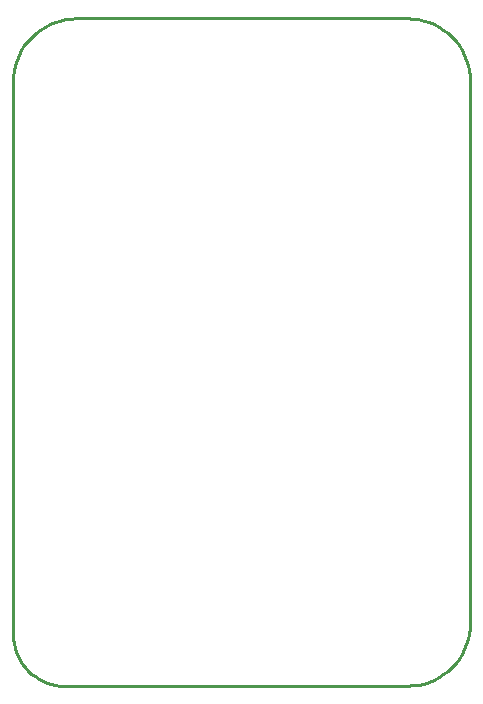
<source format=gbr>
G04 EAGLE Gerber RS-274X export*
G75*
%MOMM*%
%FSLAX34Y34*%
%LPD*%
%IN*%
%IPPOS*%
%AMOC8*
5,1,8,0,0,1.08239X$1,22.5*%
G01*
G04 Define Apertures*
%ADD10C,0.254000*%
D10*
X-19050Y43360D02*
X-18885Y39581D01*
X-18391Y35831D01*
X-17573Y32138D01*
X-16435Y28530D01*
X-14987Y25036D01*
X-13241Y21680D01*
X-11208Y18490D01*
X-8906Y15489D01*
X-6350Y12700D01*
X-3561Y10144D01*
X-560Y7842D01*
X2630Y5809D01*
X5986Y4063D01*
X9480Y2615D01*
X13088Y1477D01*
X16781Y659D01*
X20531Y165D01*
X24310Y0D01*
X314669Y0D01*
X319326Y203D01*
X323947Y812D01*
X328498Y1821D01*
X332943Y3222D01*
X337250Y5006D01*
X341384Y7158D01*
X345316Y9663D01*
X349014Y12501D01*
X352450Y15650D01*
X355599Y19086D01*
X358437Y22784D01*
X360942Y26716D01*
X363094Y30850D01*
X364878Y35157D01*
X366279Y39602D01*
X367288Y44153D01*
X367897Y48774D01*
X368100Y53431D01*
X368100Y511827D01*
X367898Y516463D01*
X367292Y521064D01*
X366287Y525595D01*
X364892Y530022D01*
X363116Y534309D01*
X360973Y538426D01*
X358479Y542340D01*
X355654Y546022D01*
X352519Y549444D01*
X349097Y552579D01*
X345415Y555404D01*
X341501Y557898D01*
X337384Y560041D01*
X333097Y561817D01*
X328670Y563212D01*
X324139Y564217D01*
X319538Y564823D01*
X314902Y565025D01*
X34500Y565025D01*
X29833Y564821D01*
X25201Y564211D01*
X20640Y563200D01*
X16185Y561796D01*
X11869Y560008D01*
X7725Y557851D01*
X3785Y555341D01*
X79Y552497D01*
X-3366Y549341D01*
X-6522Y545896D01*
X-9366Y542190D01*
X-11876Y538250D01*
X-14033Y534106D01*
X-15821Y529790D01*
X-17225Y525335D01*
X-18236Y520774D01*
X-18846Y516142D01*
X-19050Y511475D01*
X-19050Y43360D01*
M02*

</source>
